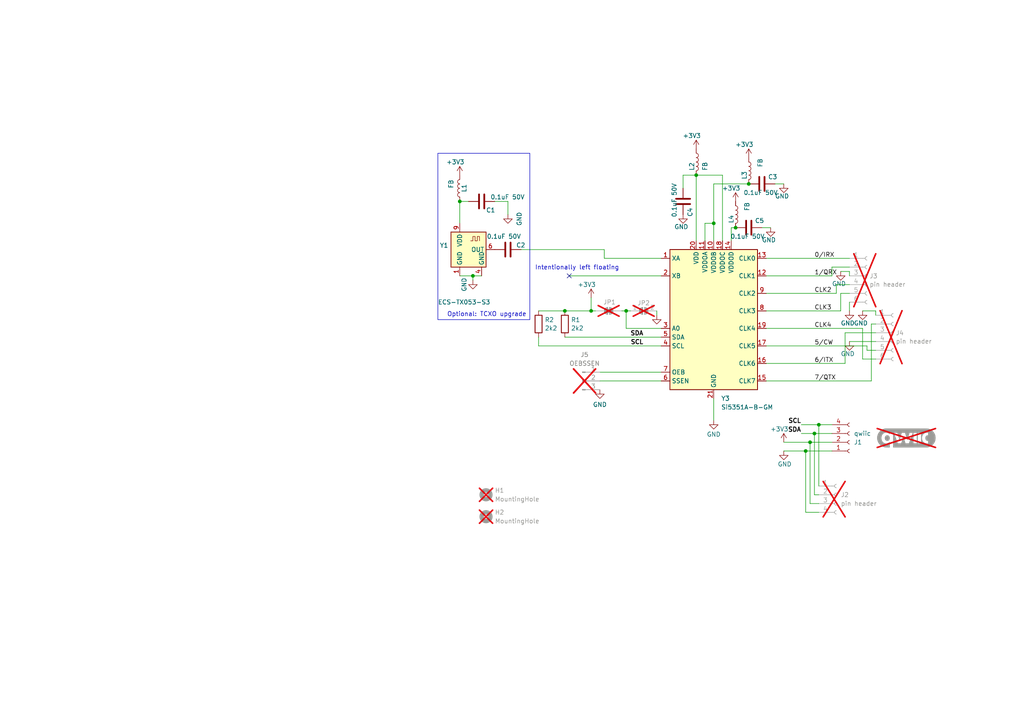
<source format=kicad_sch>
(kicad_sch (version 20250114) (generator "eeschema") (generator_version "9.0")
  (paper "A4")
  (title_block (title "Si5351A-B-GM Breakout Board") (date "2025-12-29") (rev "2") (company "Oliver King, KI3P"))
  (lib_symbols
    (symbol "+3V3_1" (power) (pin_numbers (hide yes)) (pin_names (offset 0) (hide yes))
      (property "Value" "+3V3" (at 0 3.556 0))
      (symbol "+3V3_1_0_1"
        (polyline (pts (xy -0.762 1.27) (xy 0 2.54)))
        (polyline (pts (xy 0 2.54) (xy 0.762 1.27)))
        (polyline (pts (xy 0 0) (xy 0 2.54)))
      )
      (symbol "+3V3_1_1_1"
        (pin power_in line (at 0 0 90) (length 0) (name "~") (number "1"))
      )
    )
    (symbol "Connector:Conn_01x03_Pin" (pin_names (offset 1.016) (hide yes))
      (property "Reference" "J" (at 0 5.08 0))
      (property "Value" "Conn_01x03_Pin" (at 0 -5.08 0))
      (symbol "Conn_01x03_Pin_1_1"
        (rectangle (start 0.8636 2.667) (end 0 2.413) (stroke (width 0.1524)) (fill (type outline)))
        (rectangle (start 0.8636 0.127) (end 0 -0.127) (stroke (width 0.1524)) (fill (type outline)))
        (rectangle (start 0.8636 -2.413) (end 0 -2.667) (stroke (width 0.1524)) (fill (type outline)))
        (polyline (pts (xy 1.27 2.54) (xy 0.8636 2.54)) (stroke (width 0.1524)))
        (polyline (pts (xy 1.27 0) (xy 0.8636 0)) (stroke (width 0.1524)))
        (polyline (pts (xy 1.27 -2.54) (xy 0.8636 -2.54)) (stroke (width 0.1524)))
        (pin passive line (at 5.08 2.54 180) (length 3.81) (name "Pin_1") (number "1"))
        (pin passive line (at 5.08 0 180) (length 3.81) (name "Pin_2") (number "2"))
        (pin passive line (at 5.08 -2.54 180) (length 3.81) (name "Pin_3") (number "3"))
      )
    )
    (symbol "Connector:Conn_01x04_Socket" (pin_names (offset 1.016) (hide yes))
      (property "Reference" "J" (at 0 5.08 0))
      (property "Value" "Conn_01x04_Socket" (at 0 -7.62 0))
      (symbol "Conn_01x04_Socket_1_1"
        (polyline (pts (xy -1.27 2.54) (xy -0.508 2.54)) (stroke (width 0.1524)))
        (polyline (pts (xy -1.27 0) (xy -0.508 0)) (stroke (width 0.1524)))
        (polyline (pts (xy -1.27 -2.54) (xy -0.508 -2.54)) (stroke (width 0.1524)))
        (polyline (pts (xy -1.27 -5.08) (xy -0.508 -5.08)) (stroke (width 0.1524)))
        (arc (start 0 2.032) (mid -0.5058 2.54) (end 0 3.048) (stroke (width 0.1524)))
        (arc (start 0 -0.508) (mid -0.5058 0) (end 0 0.508) (stroke (width 0.1524)))
        (arc (start 0 -3.048) (mid -0.5058 -2.54) (end 0 -2.032) (stroke (width 0.1524)))
        (arc (start 0 -5.588) (mid -0.5058 -5.08) (end 0 -4.572) (stroke (width 0.1524)))
        (pin passive line (at -5.08 2.54 0) (length 3.81) (name "Pin_1") (number "1"))
        (pin passive line (at -5.08 0 0) (length 3.81) (name "Pin_2") (number "2"))
        (pin passive line (at -5.08 -2.54 0) (length 3.81) (name "Pin_3") (number "3"))
        (pin passive line (at -5.08 -5.08 0) (length 3.81) (name "Pin_4") (number "4"))
      )
    )
    (symbol "Connector:Conn_01x06_Socket" (pin_names (offset 1.016) (hide yes))
      (property "Reference" "J" (at 0 7.62 0))
      (property "Value" "Conn_01x06_Socket" (at 0 -10.16 0))
      (symbol "Conn_01x06_Socket_1_1"
        (polyline (pts (xy -1.27 5.08) (xy -0.508 5.08)) (stroke (width 0.1524)))
        (polyline (pts (xy -1.27 2.54) (xy -0.508 2.54)) (stroke (width 0.1524)))
        (polyline (pts (xy -1.27 0) (xy -0.508 0)) (stroke (width 0.1524)))
        (polyline (pts (xy -1.27 -2.54) (xy -0.508 -2.54)) (stroke (width 0.1524)))
        (polyline (pts (xy -1.27 -5.08) (xy -0.508 -5.08)) (stroke (width 0.1524)))
        (polyline (pts (xy -1.27 -7.62) (xy -0.508 -7.62)) (stroke (width 0.1524)))
        (arc (start 0 4.572) (mid -0.5058 5.08) (end 0 5.588) (stroke (width 0.1524)))
        (arc (start 0 2.032) (mid -0.5058 2.54) (end 0 3.048) (stroke (width 0.1524)))
        (arc (start 0 -0.508) (mid -0.5058 0) (end 0 0.508) (stroke (width 0.1524)))
        (arc (start 0 -3.048) (mid -0.5058 -2.54) (end 0 -2.032) (stroke (width 0.1524)))
        (arc (start 0 -5.588) (mid -0.5058 -5.08) (end 0 -4.572) (stroke (width 0.1524)))
        (arc (start 0 -8.128) (mid -0.5058 -7.62) (end 0 -7.112) (stroke (width 0.1524)))
        (pin passive line (at -5.08 5.08 0) (length 3.81) (name "Pin_1") (number "1"))
        (pin passive line (at -5.08 2.54 0) (length 3.81) (name "Pin_2") (number "2"))
        (pin passive line (at -5.08 0 0) (length 3.81) (name "Pin_3") (number "3"))
        (pin passive line (at -5.08 -2.54 0) (length 3.81) (name "Pin_4") (number "4"))
        (pin passive line (at -5.08 -5.08 0) (length 3.81) (name "Pin_5") (number "5"))
        (pin passive line (at -5.08 -7.62 0) (length 3.81) (name "Pin_6") (number "6"))
      )
    )
    (symbol "Device:C" (pin_numbers (hide yes)) (pin_names (offset 0.254))
      (property "Reference" "C" (at 0.635 2.54 0))
      (property "Value" "C" (at 0.635 -2.54 0))
      (symbol "C_0_1"
        (polyline (pts (xy -2.032 0.762) (xy 2.032 0.762)) (stroke (width 0.508)))
        (polyline (pts (xy -2.032 -0.762) (xy 2.032 -0.762)) (stroke (width 0.508)))
      )
      (symbol "C_1_1"
        (pin passive line (at 0 3.81 270) (length 2.794) (name "~") (number "1"))
        (pin passive line (at 0 -3.81 90) (length 2.794) (name "~") (number "2"))
      )
    )
    (symbol "Device:L" (pin_numbers (hide yes)) (pin_names (offset 1.016) (hide yes))
      (property "Reference" "L" (at -1.27 0 90))
      (property "Value" "L" (at 1.905 0 90))
      (symbol "L_0_1"
        (arc (start 0 2.54) (mid 0.6323 1.905) (end 0 1.27))
        (arc (start 0 1.27) (mid 0.6323 0.635) (end 0 0))
        (arc (start 0 0) (mid 0.6323 -0.635) (end 0 -1.27))
        (arc (start 0 -1.27) (mid 0.6323 -1.905) (end 0 -2.54))
      )
      (symbol "L_1_1"
        (pin passive line (at 0 3.81 270) (length 1.27) (name "1") (number "1"))
        (pin passive line (at 0 -3.81 90) (length 1.27) (name "2") (number "2"))
      )
    )
    (symbol "Device:R" (pin_numbers (hide yes)) (pin_names (offset 0))
      (property "Reference" "R" (at 2.032 0 90))
      (property "Value" "R" (at 0 0 90))
      (symbol "R_0_1"
        (rectangle (start -1.016 -2.54) (end 1.016 2.54) (stroke (width 0.254)))
      )
      (symbol "R_1_1"
        (pin passive line (at 0 3.81 270) (length 1.27) (name "~") (number "1"))
        (pin passive line (at 0 -3.81 90) (length 1.27) (name "~") (number "2"))
      )
    )
    (symbol "Jumper:SolderJumper_2_Bridged" (pin_numbers (hide yes)) (pin_names (offset 0) (hide yes)) (in_bom no)
      (property "Reference" "JP" (at 0 2.032 0))
      (property "Value" "SolderJumper_2_Bridged" (at 0 -2.54 0))
      (symbol "SolderJumper_2_Bridged_0_1"
        (rectangle (start -0.508 0.508) (end 0.508 -0.508) (fill (type outline)))
        (polyline (pts (xy -0.254 1.016) (xy -0.254 -1.016)))
        (arc (start -0.254 -1.016) (mid -1.2656 0) (end -0.254 1.016))
        (arc (start -0.254 -1.016) (mid -1.2656 0) (end -0.254 1.016) (fill (type outline)))
        (arc (start 0.254 1.016) (mid 1.2656 0) (end 0.254 -1.016))
        (arc (start 0.254 1.016) (mid 1.2656 0) (end 0.254 -1.016) (fill (type outline)))
        (polyline (pts (xy 0.254 1.016) (xy 0.254 -1.016)))
      )
      (symbol "SolderJumper_2_Bridged_1_1"
        (pin passive line (at -3.81 0 0) (length 2.54) (name "A") (number "1"))
        (pin passive line (at 3.81 0 180) (length 2.54) (name "B") (number "2"))
      )
    )
    (symbol "Jumper:SolderJumper_2_Open" (pin_names (offset 0) (hide yes))
      (property "Reference" "JP" (at 0 2.032 0))
      (property "Value" "SolderJumper_2_Open" (at 0 -2.54 0))
      (symbol "SolderJumper_2_Open_0_1"
        (polyline (pts (xy -0.254 1.016) (xy -0.254 -1.016)))
        (arc (start -0.254 -1.016) (mid -1.2656 0) (end -0.254 1.016))
        (arc (start -0.254 -1.016) (mid -1.2656 0) (end -0.254 1.016) (fill (type outline)))
        (arc (start 0.254 1.016) (mid 1.2656 0) (end 0.254 -1.016))
        (arc (start 0.254 1.016) (mid 1.2656 0) (end 0.254 -1.016) (fill (type outline)))
        (polyline (pts (xy 0.254 1.016) (xy 0.254 -1.016)))
      )
      (symbol "SolderJumper_2_Open_1_1"
        (pin passive line (at -3.81 0 0) (length 2.54) (name "A") (number "1"))
        (pin passive line (at 3.81 0 180) (length 2.54) (name "B") (number "2"))
      )
    )
    (symbol "Mechanical:MountingHole" (pin_names (offset 1.016)) (in_bom no)
      (property "Reference" "H" (at 0 5.08 0))
      (property "Value" "MountingHole" (at 0 3.175 0))
      (symbol "MountingHole_0_1"
        (circle (center 0 0) (radius 1.27) (stroke (width 1.27)))
      )
    )
    (symbol "Oscillator:Si5351A-B-GM"
      (property "Reference" "Y" (at -12.7 21.59 0))
      (property "Value" "Si5351A-B-GM" (at -13.97 -22.86 0))
      (symbol "Si5351A-B-GM_1_1"
        (rectangle (start -12.7 20.32) (end 12.7 -20.32) (stroke (width 0.254)) (fill (type background)))
        (pin input line (at -15.24 17.78 0) (length 2.54) (name "XA") (number "1"))
        (pin input line (at -15.24 12.7 0) (length 2.54) (name "XB") (number "2"))
        (pin input line (at -15.24 -2.54 0) (length 2.54) (name "A0") (number "3"))
        (pin bidirectional line (at -15.24 -5.08 0) (length 2.54) (name "SDA") (number "5"))
        (pin input line (at -15.24 -7.62 0) (length 2.54) (name "SCL") (number "4"))
        (pin input line (at -15.24 -15.24 0) (length 2.54) (name "OEB") (number "7"))
        (pin input line (at -15.24 -17.78 0) (length 2.54) (name "SSEN") (number "6"))
        (pin power_in line (at -5.08 22.86 270) (length 2.54) (name "VDD") (number "20"))
        (pin power_in line (at -2.54 22.86 270) (length 2.54) (name "VDDOA") (number "11"))
        (pin power_in line (at 0 22.86 270) (length 2.54) (name "VDDOB") (number "10"))
        (pin power_in line (at 0 -22.86 90) (length 2.54) (name "GND") (number "21"))
        (pin power_in line (at 2.54 22.86 270) (length 2.54) (name "VDDOC") (number "18"))
        (pin power_in line (at 5.08 22.86 270) (length 2.54) (name "VDDOD") (number "14"))
        (pin output line (at 15.24 17.78 180) (length 2.54) (name "CLK0") (number "13"))
        (pin output line (at 15.24 12.7 180) (length 2.54) (name "CLK1") (number "12"))
        (pin output line (at 15.24 7.62 180) (length 2.54) (name "CLK2") (number "9"))
        (pin output line (at 15.24 2.54 180) (length 2.54) (name "CLK3") (number "8"))
        (pin output line (at 15.24 -2.54 180) (length 2.54) (name "CLK4") (number "19"))
        (pin output line (at 15.24 -7.62 180) (length 2.54) (name "CLK5") (number "17"))
        (pin output line (at 15.24 -12.7 180) (length 2.54) (name "CLK6") (number "16"))
        (pin output line (at 15.24 -17.78 180) (length 2.54) (name "CLK7") (number "15"))
      )
    )
    (symbol "SparkFun-Qwiic:qwiic_Logo" (pin_names (offset 1.016)) (on_board no)
      (symbol "qwiic_Logo_0_0"
        (polyline (pts (xy -5.4327 -0.8446) (xy -5.2808 -0.8039) (xy -5.1544 -0.733) (xy -5.0492 -0.629) (xy -4.9612 -0.4891) (xy -4.9388 -0.4442) (xy -4.9077 -0.3735) (xy -4.8888 -0.3096) (xy -4.878 -0.2364) (xy -4.8713 -0.1381) (xy -4.8691 -0.0268) (xy -4.8861 0.154) (xy -4.9313 0.3092) (xy -5.006 0.4432) (xy -5.1118 0.5598) (xy -5.1427 0.5863) (xy -5.261 0.6623) (xy -5.3915 0.7052) (xy -5.544 0.7187) (xy -5.5765 0.7181) (xy -5.7259 0.6986) (xy -5.8545 0.6485) (xy -5.9707 0.5648) (xy -6.0239 0.5125) (xy -6.1186 0.3839) (xy -6.1815 0.2359) (xy -6.2139 0.0648) (xy -6.2171 -0.1327) (xy -6.208 -0.2303) (xy -6.1669 -0.4073) (xy -6.0959 -0.5571) (xy -5.9957 -0.6791) (xy -5.8667 -0.7722) (xy -5.7097 -0.8355) (xy -5.6837 -0.8418) (xy -5.5963 -0.8532) (xy -5.5114 -0.8538) (xy -5.4327 -0.8446)) (stroke (width 0.01)) (fill (type outline)))
        (polyline (pts (xy 1.114 -2.7667) (xy 6.0472 -2.7606) (xy 6.2463 -2.7148) (xy 6.337 -2.6928) (xy 6.6505 -2.5964) (xy 6.9363 -2.4737) (xy 7.1992 -2.3218) (xy 7.4443 -2.1381) (xy 7.6763 -1.9197) (xy 7.765 -1.8236) (xy 7.9726 -1.5605) (xy 8.1416 -1.2836) (xy 8.2724 -0.992) (xy 8.3654 -0.6847) (xy 8.4209 -0.3609) (xy 8.4393 -0.0196) (xy 8.4383 0.0655) (xy 8.4145 0.3752) (xy 8.3579 0.6676) (xy 8.2664 0.9511) (xy 8.138 1.234) (xy 8.0972 1.3103) (xy 7.9176 1.5925) (xy 7.7084 1.847) (xy 7.4711 2.0726) (xy 7.2073 2.2681) (xy 6.9187 2.4323) (xy 6.6067 2.5639) (xy 6.273 2.6617) (xy 6.2589 2.6648) (xy 6.2405 2.6684) (xy 6.2191 2.6716) (xy 6.1933 2.6747) (xy 6.1617 2.6775) (xy 6.1229 2.6801) (xy 6.0753 2.6825) (xy 6.0178 2.6847) (xy 5.9488 2.6867) (xy 5.8669 2.6886) (xy 5.7707 2.6902) (xy 5.6588 2.6917) (xy 5.5298 2.693) (xy 5.3823 2.6942) (xy 5.2149 2.6953) (xy 5.0261 2.6962) (xy 4.8146 2.697) (xy 4.579 2.6977) (xy 4.3178 2.6982) (xy 4.0296 2.6987) (xy 3.7131 2.6991) (xy 3.3667 2.6994) (xy 2.9892 2.6997) (xy 2.579 2.6999) (xy 2.1348 2.7) (xy 1.6552 2.7001) (xy 1.1388 2.7001) (xy 0.5841 2.7001) (xy -0.0102 2.7001) (xy -6.1292 2.7001) (xy -6.3505 2.644) (xy -6.4841 2.607) (xy -6.7964 2.4938) (xy -7.0847 2.3484) (xy -7.3523 2.1691) (xy -7.6022 1.9541) (xy -7.8228 1.7179) (xy -8.0199 1.4516) (xy -8.1801 1.1677) (xy -8.3036 0.8654) (xy -8.3907 0.5442) (xy -8.4419 0.2033) (xy -8.4512 -0.0999) (xy -8.4229 -0.4124) (xy -8.358 -0.7268) (xy -8.2573 -1.037) (xy -8.2016 -1.1697) (xy -8.0521 -1.4517) (xy -7.87 -1.7127) (xy -7.6584 -1.9504) (xy -7.4205 -2.1625) (xy -7.1593 -2.3467) (xy -6.878 -2.5006) (xy -6.5797 -2.6219) (xy -6.2674 -2.7084) (xy -5.9444 -2.7576) (xy -5.922 -2.759) (xy -5.8567 -2.7613) (xy -5.7613 -2.7635) (xy -5.6429 -2.7656) (xy -5.5083 -2.7673) (xy -5.3644 -2.7686) (xy -4.8664 -2.772) (xy -4.8664 -2.0042) (xy -4.8664 -1.2363) (xy -4.988 -1.3553) (xy -5.0139 -1.3798) (xy -5.1784 -1.503) (xy -5.3644 -1.5917) (xy -5.5706 -1.6453) (xy -5.7956 -1.6632) (xy -6.0087 -1.6503) (xy -6.2442 -1.6015) (xy -6.468 -1.5153) (xy -6.6423 -1.4122) (xy -6.8101 -1.2696) (xy -6.9545 -1.0983) (xy -7.0706 -0.9035) (xy -7.1159 -0.8066) (xy -7.1662 -0.6802) (xy -7.2032 -0.5549) (xy -7.2309 -0.4168) (xy -7.2531 -0.2517) (xy -7.2645 -0.0773) (xy -7.2559 0.1553) (xy -7.2228 0.3848) (xy -7.1667 0.6002) (xy -7.0895 0.7905) (xy -6.9738 0.984) (xy -6.8224 1.164) (xy -6.645 1.3131) (xy -6.4435 1.4296) (xy -6.2198 1.512) (xy -6.2168 1.5128) (xy -6.0991 1.5354) (xy -5.9587 1.5479) (xy -5.8081 1.5506) (xy -5.6599 1.5435) (xy -5.5266 1.5269) (xy -5.4208 1.5009) (xy -5.3121 1.4578) (xy -5.1345 1.3582) (xy -4.9742 1.2256) (xy -4.8664 1.1205) (xy -4.8664 1.32) (xy -4.8664 1.5195) (xy -4.3428 1.5195) (xy -3.8192 1.5195) (xy -3.8192 1.5092) (xy -3.651 1.5092) (xy -3.1359 1.5147) (xy -3.0732 1.5153) (xy -2.9054 1.5158) (xy -2.7765 1.5144) (xy -2.6848 1.5109) (xy -2.6289 1.5054) (xy -2.607 1.4977) (xy -2.6049 1.4928) (xy -2.5923 1.4545) (xy -2.5697 1.3821) (xy -2.5383 1.2793) (xy -2.4992 1.1497) (xy -2.4535 0.9973) (xy -2.4024 0.8257) (xy -2.3469 0.6386) (xy -2.2883 0.4399) (xy -2.2626 0.353) (xy -2.2055 0.1609) (xy -2.152 -0.0169) (xy -2.1032 -0.1766) (xy -2.0604 -0.3147) (xy -2.0246 -0.4277) (xy -1.9968 -0.512) (xy -1.9783 -0.564) (xy -1.9702 -0.5801) (xy -1.9654 -0.5681) (xy -1.9499 -0.5201) (xy -1.9252 -0.4397) (xy -1.8924 -0.3308) (xy -1.8529 -0.1975) (xy -1.8079 -0.0439) (xy -1.7584 0.1259) (xy -1.7059 0.308) (xy -1.6754 0.4138) (xy -1.6217 0.6001) (xy -1.5705 0.7774) (xy -1.5233 0.9405) (xy -1.4815 1.0844) (xy -1.4467 1.2041) (xy -1.4202 1.2945) (xy -1.4037 1.3504) (xy -1.3525 1.5202) (xy -0.8571 1.5147) (xy -0.3617 1.5092) (xy -0.2632 1.1704) (xy -0.2457 1.1103) (xy -0.1592 0.8126) (xy -0.0832 0.5516) (xy -0.017 0.325) (xy 0.04 0.1304) (xy 0.0886 -0.0344) (xy 0.1296 -0.1717) (xy 0.1636 -0.2838) (xy 0.1915 -0.3731) (xy 0.2138 -0.4419) (xy 0.2315 -0.4925) (xy 0.2451 -0.5272) (xy 0.2555 -0.5482) (xy 0.2633 -0.558) (xy 0.2693 -0.5588) (xy 0.2742 -0.5529) (xy 0.2787 -0.5426) (xy 0.2801 -0.5389) (xy 0.2928 -0.4995) (xy 0.3157 -0.4255) (xy 0.3473 -0.3211) (xy 0.3867 -0.1902) (xy 0.4325 -0.0368) (xy 0.4835 0.1352) (xy 0.5386 0.3216) (xy 0.5966 0.5185) (xy 0.8908 1.5195) (xy 1.3899 1.5195) (xy 1.4919 1.5192) (xy 1.6201 1.518) (xy 1.7294 1.5159) (xy 1.8144 1.5132) (xy 1.8695 1.5099) (xy 1.8891 1.5062) (xy 1.8878 1.5017) (xy 1.8751 1.465) (xy 1.8498 1.3939) (xy 1.8129 1.2913) (xy 1.7656 1.1601) (xy 1.7087 1.0033) (xy 1.6435 0.8236) (xy 1.5709 0.6241) (xy 1.4919 0.4076) (xy 1.4078 0.1771) (xy 1.3194 -0.0646) (xy 0.7498 -1.6222) (xy 2.0329 -1.6222) (xy 2.0329 -0.0513) (xy 2.0329 1.5195) (xy 2.5462 1.5195) (xy 3.0595 1.5195) (xy 3.0595 -0.0513) (xy 3.0595 -1.6222) (xy 3.2649 -1.6222) (xy 3.2649 -0.0513) (xy 3.2649 1.5195) (xy 3.7782 1.5195) (xy 4.2916 1.5195) (xy 4.2916 -0.0513) (xy 4.2916 -0.0616) (xy 4.5072 -0.0616) (xy 4.51 0.109) (xy 4.5206 0.2597) (xy 4.5412 0.3904) (xy 4.5742 0.5118) (xy 4.6219 0.6344) (xy 4.6865 0.7688) (xy 4.7189 0.8272) (xy 4.8331 0.9884) (xy 4.9744 1.1395) (xy 5.1327 1.2705) (xy 5.2977 1.3713) (xy 5.3343 1.3892) (xy 5.5052 1.4608) (xy 5.6736 1.5089) (xy 5.8531 1.5366) (xy 6.0574 1.547) (xy 6.3141 1.5503) (xy 6.3197 1.1242) (xy 6.3252 0.6981) (xy 6.1657 0.6977) (xy 6.0758 0.6938) (xy 5.9577 0.6711) (xy 5.8554 0.6239) (xy 5.7556 0.5473) (xy 5.6613 0.4359) (xy 5.592 0.2991) (xy 5.5481 0.1445) (xy 5.53 -0.0204) (xy 5.5379 -0.188) (xy 5.572 -0.3512) (xy 5.6325 -0.5023) (xy 5.7197 -0.634) (xy 5.7811 -0.6969) (xy 5.8788 -0.7612) (xy 5.9969 -0.8003) (xy 6.1437 -0.8177) (xy 6.3252 -0.8264) (xy 6.3197 -1.2397) (xy 6.3141 -1.653) (xy 6.119 -1.6559) (xy 6.0236 -1.6559) (xy 5.821 -1.6423) (xy 5.6365 -1.6074) (xy 5.4566 -1.5482) (xy 5.2677 -1.4615) (xy 5.1266 -1.3784) (xy 4.9456 -1.2329) (xy 4.7938 -1.0591) (xy 4.6732 -0.8591) (xy 4.6423 -0.7948) (xy 4.5921 -0.6805) (xy 4.5558 -0.5768) (xy 4.5314 -0.4734) (xy 4.5165 -0.3599) (xy 4.5092 -0.2261) (xy 4.5072 -0.0616) (xy 4.2916 -0.0616) (xy 4.2916 -1.6222) (xy 3.7782 -1.6222) (xy 3.2649 -1.6222) (xy 3.0595 -1.6222) (xy 2.5462 -1.6222) (xy 2.0329 -1.6222) (xy 0.7498 -1.6222) (xy 0.2363 -1.6221) (xy -0.2772 -1.6221) (xy -0.5736 -0.6568) (xy -0.583 -0.626) (xy -0.6413 -0.4378) (xy -0.696 -0.2633) (xy -0.746 -0.106) (xy -0.7901 0.0304) (xy -0.8272 0.1421) (xy -0.8559 0.2255) (xy -0.8751 0.277) (xy -0.8836 0.2929) (xy -0.8838 0.2926) (xy -0.8932 0.2679) (xy -0.9134 0.208) (xy -0.9431 0.1169) (xy -0.9811 -0.0016) (xy -1.0262 -0.1436) (xy -1.0771 -0.3054) (xy -1.1326 -0.483) (xy -1.1916 -0.6725) (xy -1.4859 -1.6222) (xy -2.0006 -1.6218) (xy -2.5153 -1.6215) (xy -3.0831 -0.0561) (xy -3.651 1.5092) (xy -3.8192 1.5092) (xy -3.8192 -0.6267) (xy -3.8192 -2.7729) (xy 1.114 -2.7667)) (stroke (width 0.01)) (fill (type outline)))
      )
    )
    (symbol "T41_Library:ECS-TX053-S3"
      (property "Reference" "U" (at 1.27 11.43 0))
      (property "Value" "ECS-TX053-S3" (at 2.54 8.89 0))
      (symbol "ECS-TX053-S3_0_1"
        (rectangle (start -5.08 5.08) (end 5.08 -5.08) (stroke (width 0.254)) (fill (type background)))
        (polyline (pts (xy 0.635 2.54) (xy 1.27 2.54) (xy 1.27 3.81) (xy 1.905 3.81) (xy 1.905 2.54) (xy 2.54 2.54) (xy 2.54 3.81) (xy 3.175 3.81) (xy 3.175 2.54)))
      )
      (symbol "ECS-TX053-S3_1_1"
        (pin power_in line (at -2.54 7.62 270) (length 2.54) (name "VDD") (number "9"))
        (pin power_in line (at -2.54 -7.62 90) (length 2.54) (name "GND") (number "1"))
        (pin power_in line (at 3.81 -7.62 90) (length 2.54) (name "GND") (number "4"))
        (pin output line (at 7.62 0 180) (length 2.54) (name "OUT") (number "6"))
      )
    )
    (symbol "power:+3V3" (power) (pin_names (offset 0))
      (property "Value" "+3V3" (at 0 3.556 0))
      (symbol "+3V3_0_1"
        (polyline (pts (xy -0.762 1.27) (xy 0 2.54)))
        (polyline (pts (xy 0 2.54) (xy 0.762 1.27)))
        (polyline (pts (xy 0 0) (xy 0 2.54)))
      )
      (symbol "+3V3_1_1"
        (pin power_in line (at 0 0 90) (length 0) (hide yes) (name "+3V3") (number "1"))
      )
    )
    (symbol "power:GND" (power) (pin_names (offset 0))
      (property "Value" "GND" (at 0 -3.81 0))
      (symbol "GND_0_1"
        (polyline (pts (xy 0 0) (xy 0 -1.27) (xy 1.27 -1.27) (xy 0 -2.54) (xy -1.27 -1.27) (xy 0 -1.27)))
      )
      (symbol "GND_1_1"
        (pin power_in line (at 0 0 270) (length 0) (hide yes) (name "GND") (number "1"))
      )
    )
  )
  (text "Intentionally left floating" (at 167.386 77.724 0) (effects (font (size 1.27 1.27))))
  (text_box "Optional: TCXO upgrade" (at 127 44.45 0) (size 26.67 48.26) (margins 0.9525 0.9525 0.9525 0.9525) (effects (font (size 1.27 1.27)) (justify right bottom)))
  (junction (at 213.36 66.04))
  (junction (at 233.68 130.81))
  (junction (at 163.83 90.17))
  (junction (at 217.17 53.34))
  (junction (at 236.22 125.73))
  (junction (at 234.95 128.27))
  (junction (at 171.45 90.17))
  (junction (at 137.16 80.01))
  (junction (at 237.49 123.19))
  (junction (at 201.93 50.8))
  (junction (at 207.01 64.77))
  (junction (at 133.35 58.42))
  (junction (at 181.61 90.17))
  (no_connect (at 165.1 80.01))
  (wire (pts (xy 234.95 128.27) (xy 241.3 128.27)))
  (wire (pts (xy 227.33 128.27) (xy 234.95 128.27)))
  (wire (pts (xy 222.25 80.01) (xy 241.3 80.01)))
  (wire (pts (xy 245.11 96.52) (xy 254 96.52)))
  (wire (pts (xy 222.25 90.17) (xy 243.84 90.17)))
  (wire (pts (xy 173.99 110.49) (xy 191.77 110.49)))
  (wire (pts (xy 243.84 85.09) (xy 246.38 85.09)))
  (wire (pts (xy 171.45 90.17) (xy 172.72 90.17)))
  (wire (pts (xy 198.12 54.61) (xy 198.12 50.8)))
  (wire (pts (xy 223.52 66.04) (xy 220.98 66.04)))
  (wire (pts (xy 242.57 85.09) (xy 242.57 82.55)))
  (wire (pts (xy 175.26 72.39) (xy 175.26 74.93)))
  (wire (pts (xy 245.11 105.41) (xy 245.11 96.52)))
  (wire (pts (xy 243.84 78.74) (xy 246.38 78.74)))
  (wire (pts (xy 232.41 123.19) (xy 237.49 123.19)))
  (wire (pts (xy 237.49 143.51) (xy 236.22 143.51)))
  (wire (pts (xy 250.19 104.14) (xy 254 104.14)))
  (wire (pts (xy 242.57 82.55) (xy 246.38 82.55)))
  (wire (pts (xy 190.5 90.17) (xy 190.5 91.44)))
  (wire (pts (xy 201.93 50.8) (xy 201.93 69.85)))
  (wire (pts (xy 232.41 125.73) (xy 236.22 125.73)))
  (wire (pts (xy 180.34 90.17) (xy 181.61 90.17)))
  (wire (pts (xy 212.09 66.04) (xy 213.36 66.04)))
  (wire (pts (xy 250.19 95.25) (xy 250.19 104.14)))
  (wire (pts (xy 207.01 53.34) (xy 207.01 64.77)))
  (wire (pts (xy 246.38 99.06) (xy 254 99.06)))
  (wire (pts (xy 198.12 50.8) (xy 201.93 50.8)))
  (wire (pts (xy 209.55 50.8) (xy 201.93 50.8)))
  (wire (pts (xy 181.61 95.25) (xy 181.61 90.17)))
  (wire (pts (xy 156.21 100.33) (xy 191.77 100.33)))
  (wire (pts (xy 233.68 148.59) (xy 233.68 130.81)))
  (wire (pts (xy 135.89 58.42) (xy 133.35 58.42)))
  (wire (pts (xy 137.16 80.01) (xy 137.16 81.28)))
  (wire (pts (xy 147.32 58.42) (xy 147.32 62.23)))
  (wire (pts (xy 250.19 90.17) (xy 254 90.17)))
  (wire (pts (xy 156.21 97.79) (xy 156.21 100.33)))
  (wire (pts (xy 163.83 97.79) (xy 191.77 97.79)))
  (wire (pts (xy 222.25 74.93) (xy 246.38 74.93)))
  (wire (pts (xy 237.49 146.05) (xy 234.95 146.05)))
  (wire (pts (xy 207.01 121.92) (xy 207.01 115.57)))
  (wire (pts (xy 147.32 58.42) (xy 143.51 58.42)))
  (wire (pts (xy 182.88 90.17) (xy 181.61 90.17)))
  (wire (pts (xy 234.95 128.27) (xy 234.95 146.05)))
  (wire (pts (xy 173.99 107.95) (xy 191.77 107.95)))
  (wire (pts (xy 191.77 95.25) (xy 181.61 95.25)))
  (wire (pts (xy 222.25 100.33) (xy 251.46 100.33)))
  (wire (pts (xy 243.84 90.17) (xy 243.84 85.09)))
  (wire (pts (xy 165.1 80.01) (xy 191.77 80.01)))
  (wire (pts (xy 237.49 123.19) (xy 237.49 140.97)))
  (wire (pts (xy 222.25 95.25) (xy 250.19 95.25)))
  (wire (pts (xy 212.09 69.85) (xy 212.09 66.04)))
  (wire (pts (xy 209.55 69.85) (xy 209.55 50.8)))
  (wire (pts (xy 227.33 130.81) (xy 233.68 130.81)))
  (wire (pts (xy 139.7 80.01) (xy 137.16 80.01)))
  (wire (pts (xy 222.25 110.49) (xy 252.73 110.49)))
  (wire (pts (xy 175.26 74.93) (xy 191.77 74.93)))
  (wire (pts (xy 252.73 93.98) (xy 254 93.98)))
  (wire (pts (xy 204.47 64.77) (xy 207.01 64.77)))
  (wire (pts (xy 251.46 101.6) (xy 254 101.6)))
  (wire (pts (xy 137.16 80.01) (xy 133.35 80.01)))
  (wire (pts (xy 246.38 78.74) (xy 246.38 80.01)))
  (wire (pts (xy 222.25 85.09) (xy 242.57 85.09)))
  (wire (pts (xy 236.22 125.73) (xy 241.3 125.73)))
  (wire (pts (xy 246.38 87.63) (xy 246.38 90.17)))
  (wire (pts (xy 237.49 123.19) (xy 241.3 123.19)))
  (wire (pts (xy 233.68 130.81) (xy 241.3 130.81)))
  (wire (pts (xy 236.22 125.73) (xy 236.22 143.51)))
  (wire (pts (xy 241.3 77.47) (xy 246.38 77.47)))
  (wire (pts (xy 133.35 58.42) (xy 133.35 64.77)))
  (wire (pts (xy 207.01 64.77) (xy 207.01 69.85)))
  (wire (pts (xy 252.73 110.49) (xy 252.73 93.98)))
  (wire (pts (xy 156.21 90.17) (xy 163.83 90.17)))
  (wire (pts (xy 222.25 105.41) (xy 245.11 105.41)))
  (wire (pts (xy 163.83 90.17) (xy 171.45 90.17)))
  (wire (pts (xy 151.13 72.39) (xy 175.26 72.39)))
  (wire (pts (xy 171.45 86.36) (xy 171.45 90.17)))
  (wire (pts (xy 254 90.17) (xy 254 91.44)))
  (wire (pts (xy 204.47 64.77) (xy 204.47 69.85)))
  (wire (pts (xy 227.33 53.34) (xy 224.79 53.34)))
  (wire (pts (xy 237.49 148.59) (xy 233.68 148.59)))
  (wire (pts (xy 241.3 80.01) (xy 241.3 77.47)))
  (wire (pts (xy 207.01 53.34) (xy 217.17 53.34)))
  (wire (pts (xy 251.46 100.33) (xy 251.46 101.6)))
  (label "6{slash}ITX" (at 236.22 105.41 0))
  (label "SDA" (at 186.69 97.79 180) (effects (font (bold yes))))
  (label "SCL" (at 186.69 100.33 180) (effects (font (bold yes))))
  (label "7{slash}QTX" (at 236.22 110.49 0))
  (label "CLK3" (at 236.22 90.17 0))
  (label "1{slash}QRX" (at 236.22 80.01 0))
  (label "SCL" (at 232.41 123.19 180) (effects (font (bold yes))))
  (label "CLK4" (at 236.22 95.25 0))
  (label "SDA" (at 232.41 125.73 180) (effects (font (bold yes))))
  (label "0{slash}IRX" (at 236.22 74.93 0))
  (label "CLK2" (at 236.22 85.09 0))
  (label "5{slash}CW" (at 236.22 100.33 0))
  (symbol (lib_id "Connector:Conn_01x03_Pin") (at 168.91 110.49 0) (unit 1) (in_bom no) (dnp yes)
    (property "Reference" "J5" (at 169.545 102.87 0))
    (property "Value" "OEBSSEN" (at 169.545 105.41 0))
    (property "Footprint" "Connector_PinHeader_2.54mm:PinHeader_1x03_P2.54mm_Vertical" (effects (hide yes)))
    (property "Description" "Generic connector, single row, 01x03, script generated" (effects (hide yes)))
  )
  (symbol (lib_id "power:GND") (at 198.12 62.23 0) (mirror y) (unit 1)
    (property "Reference" "#PWR09" (effects (hide yes)))
    (property "Value" "GND" (at 197.612 65.786 0))
  )
  (symbol (lib_id "Device:L") (at 217.17 49.53 0) (unit 1)
    (property "Reference" "L3" (at 215.9 52.07 90) (effects (justify left)))
    (property "Value" "FB" (at 220.472 48.514 90) (effects (justify left)))
    (property "Footprint" "Inductor_SMD:L_0603_1608Metric" (effects (hide yes)))
    (property "PN" "BMC-Q1JY0500H" (effects (hide yes)))
  )
  (symbol (lib_id "power:GND") (at 147.32 62.23 0) (mirror y) (unit 1)
    (property "Reference" "#PWR03" (effects (hide yes)))
    (property "Value" "GND" (at 150.622 63.5 90))
  )
  (symbol (lib_id "Connector:Conn_01x06_Socket") (at 251.46 80.01 0) (unit 1) (dnp yes)
    (property "Reference" "J3" (at 252.1712 80.0678 0) (effects (justify left)))
    (property "Value" "pin header" (at 252.1712 82.4921 0) (effects (justify left)))
    (property "Footprint" "Connector_PinHeader_2.54mm:PinHeader_1x06_P2.54mm_Vertical" (effects (hide yes)))
    (property "Description" "Generic connector, single row, 01x06, script generated" (effects (hide yes)))
  )
  (symbol (lib_id "Connector:Conn_01x04_Socket") (at 246.38 128.27 0) (mirror x) (unit 1)
    (property "Reference" "J1" (at 247.65 128.2701 0) (effects (justify left)))
    (property "Value" "qwiic" (at 247.65 125.7301 0) (effects (justify left)))
    (property "Footprint" "Connector_JST:JST_SH_SM04B-SRSS-TB_1x04-1MP_P1.00mm_Horizontal" (effects (hide yes)))
    (property "Description" "Generic connector, single row, 01x04, script generated" (effects (hide yes)))
    (property "PN" "SM04B-SRSS-TB(LF)(SN)" (effects (hide yes)))
  )
  (symbol (lib_id "Connector:Conn_01x06_Socket") (at 259.08 96.52 0) (unit 1) (dnp yes)
    (property "Reference" "J4" (at 259.7912 96.5778 0) (effects (justify left)))
    (property "Value" "pin header" (at 259.7912 99.0021 0) (effects (justify left)))
    (property "Footprint" "Connector_PinHeader_2.54mm:PinHeader_1x06_P2.54mm_Vertical" (effects (hide yes)))
    (property "Description" "Generic connector, single row, 01x06, script generated" (effects (hide yes)))
  )
  (symbol (lib_id "power:+3V3") (at 133.35 50.8 0) (unit 1)
    (property "Reference" "#PWR01" (effects (hide yes)))
    (property "Value" "+3V3" (at 132.08 46.99 0))
  )
  (symbol (lib_id "SparkFun-Qwiic:qwiic_Logo") (at 262.89 127 0) (unit 1) (in_bom no) (dnp yes)
    (property "Reference" "G1" (effects (hide yes)))
    (property "Value" "qwiic_Logo" (effects (hide yes)))
    (property "Footprint" "SparkFun-Qwiic:qwiic_4mm" (effects (hide yes)))
  )
  (symbol (lib_id "T41_Library:ECS-TX053-S3") (at 135.89 72.39 0) (unit 1)
    (property "Reference" "Y1" (at 130.0481 71.1779 0) (effects (justify right)))
    (property "Value" "ECS-TX053-S3" (at 142.24 87.63 0) (effects (justify right)))
    (property "Footprint" "T41_Library:Oscillator_ECS_TXO53_S3" (effects (hide yes)))
    (property "Datasheet" "https://www.ecsxtal.com/store/pdf/ECS-TXO53-S3.pdf" (effects (hide yes)))
    (property "PN" "ECS-TXO53-S3-33-250-BN-TR " (effects (hide yes)))
  )
  (symbol (lib_name "+3V3_1") (lib_id "power:+3V3") (at 201.93 43.18 0) (unit 1)
    (property "Reference" "#PWR012" (effects (hide yes)))
    (property "Value" "+3V3" (at 200.66 39.37 0))
    (property "Description" "Power symbol creates a global label with name \"+3V3\"" (effects (hide yes)))
  )
  (symbol (lib_id "Device:L") (at 213.36 62.23 0) (unit 1)
    (property "Reference" "L4" (at 212.09 64.77 90) (effects (justify left)))
    (property "Value" "FB" (at 216.662 61.214 90) (effects (justify left)))
    (property "Footprint" "Inductor_SMD:L_0603_1608Metric" (effects (hide yes)))
    (property "PN" "BMC-Q1JY0500H" (effects (hide yes)))
  )
  (symbol (lib_id "Device:C") (at 198.12 58.42 0) (mirror y) (unit 1)
    (property "Reference" "C4" (at 200.152 60.198 90) (effects (justify right)))
    (property "Value" "0.1uF 50V" (at 195.58 53.086 90) (effects (justify right)))
    (property "Footprint" "Capacitor_SMD:C_0603_1608Metric" (effects (hide yes)))
    (property "PN" "CC0603KRX7R9BB104" (effects (hide yes)))
  )
  (symbol (lib_id "power:GND") (at 173.99 113.03 0) (unit 1)
    (property "Reference" "#PWR019" (effects (hide yes)))
    (property "Value" "GND" (at 173.99 117.348 0))
  )
  (symbol (lib_id "power:+3V3") (at 171.45 86.36 0) (unit 1)
    (property "Reference" "#PWR016" (effects (hide yes)))
    (property "Value" "+3V3" (at 170.18 82.55 0))
  )
  (symbol (lib_id "Device:C") (at 139.7 58.42 90) (unit 1)
    (property "Reference" "C1" (at 140.97 60.96 90) (effects (justify right)))
    (property "Value" "0.1uF 50V" (at 142.24 57.15 90) (effects (justify right)))
    (property "Footprint" "Capacitor_SMD:C_0603_1608Metric" (effects (hide yes)))
    (property "PN" "CC0603KRX7R9BB104" (effects (hide yes)))
  )
  (symbol (lib_id "power:GND") (at 207.01 121.92 0) (unit 1)
    (property "Reference" "#PWR011" (effects (hide yes)))
    (property "Value" "GND" (at 207.01 125.984 0))
  )
  (symbol (lib_id "Device:C") (at 147.32 72.39 270) (mirror x) (unit 1)
    (property "Reference" "C2" (at 152.4 71.12 90) (effects (justify right)))
    (property "Value" "0.1uF 50V" (at 151.13 68.58 90) (effects (justify right)))
    (property "Footprint" "Capacitor_SMD:C_0603_1608Metric" (effects (hide yes)))
    (property "PN" "CC0603KRX7R9BB104" (effects (hide yes)))
  )
  (symbol (lib_id "Oscillator:Si5351A-B-GM") (at 207.01 92.71 0) (unit 1)
    (property "Reference" "Y3" (at 209.1533 115.57 0) (effects (justify left)))
    (property "Value" "Si5351A-B-GM" (at 209.1533 118.11 0) (effects (justify left)))
    (property "Footprint" "Package_DFN_QFN:QFN-20-1EP_4x4mm_P0.5mm_EP2.7x2.7mm" (effects (hide yes)))
    (property "Datasheet" "https://www.silabs.com/documents/public/data-sheets/Si5351-B.pdf" (effects (hide yes)))
    (property "Description" "I2C Programmable Any-Frequency CMOS Clock Generator, QFN-20" (effects (hide yes)))
    (property "PN" "SI5351A-B-GM" (effects (hide yes)))
  )
  (symbol (lib_id "power:GND") (at 227.33 130.81 0) (unit 1)
    (property "Reference" "#PWR018" (effects (hide yes)))
    (property "Value" "GND" (at 227.584 134.62 0))
  )
  (symbol (lib_id "power:GND") (at 250.19 90.17 0) (mirror y) (unit 1)
    (property "Reference" "#PWR014" (effects (hide yes)))
    (property "Value" "GND" (at 249.682 93.726 0))
  )
  (symbol (lib_id "Device:R") (at 163.83 93.98 0) (unit 1)
    (property "Reference" "R1" (at 165.608 92.7678 0) (effects (justify left)))
    (property "Value" "2k2" (at 165.608 95.1921 0) (effects (justify left)))
    (property "Footprint" "Resistor_SMD:R_0603_1608Metric" (effects (hide yes)))
    (property "Description" "Resistor" (effects (hide yes)))
  )
  (symbol (lib_id "Device:C") (at 220.98 53.34 90) (mirror x) (unit 1)
    (property "Reference" "C3" (at 222.758 51.308 90) (effects (justify right)))
    (property "Value" "0.1uF 50V" (at 215.646 55.88 90) (effects (justify right)))
    (property "Footprint" "Capacitor_SMD:C_0603_1608Metric" (effects (hide yes)))
    (property "PN" "CC0603KRX7R9BB104" (effects (hide yes)))
  )
  (symbol (lib_id "power:+3V3") (at 217.17 45.72 0) (unit 1)
    (property "Reference" "#PWR04" (effects (hide yes)))
    (property "Value" "+3V3" (at 215.9 41.91 0))
  )
  (symbol (lib_id "Jumper:SolderJumper_2_Bridged") (at 176.53 90.17 0) (unit 1) (in_bom no) (dnp yes)
    (property "Reference" "JP1" (at 176.784 87.63 0))
    (property "Value" "GND select" (effects (hide yes)))
    (property "Footprint" "Jumper:SolderJumper-2_P1.3mm_Bridged_RoundedPad1.0x1.5mm" (effects (hide yes)))
    (property "Description" "Solder Jumper, 2-pole, closed/bridged" (effects (hide yes)))
  )
  (symbol (lib_id "Jumper:SolderJumper_2_Open") (at 186.69 90.17 0) (unit 1) (in_bom no) (dnp yes)
    (property "Reference" "JP2" (at 186.69 87.884 0))
    (property "Value" "SolderJumper_2_Open" (effects (hide yes)))
    (property "Footprint" "Jumper:SolderJumper-2_P1.3mm_Open_TrianglePad1.0x1.5mm" (effects (hide yes)))
  )
  (symbol (lib_id "Mechanical:MountingHole") (at 140.97 143.51 0) (unit 1) (in_bom no) (dnp yes)
    (property "Reference" "H1" (at 143.51 142.2399 0) (effects (justify left)))
    (property "Value" "MountingHole" (at 143.51 144.7799 0) (effects (justify left)))
    (property "Footprint" "MountingHole:MountingHole_2.2mm_M2_DIN965" (effects (hide yes)))
    (property "Description" "Mounting Hole without connection" (effects (hide yes)))
  )
  (symbol (lib_id "Connector:Conn_01x04_Socket") (at 242.57 143.51 0) (unit 1) (in_bom no) (dnp yes)
    (property "Reference" "J2" (at 243.84 143.5099 0) (effects (justify left)))
    (property "Value" "pin header" (at 243.84 146.0499 0) (effects (justify left)))
    (property "Footprint" "Connector_PinHeader_2.54mm:PinHeader_1x04_P2.54mm_Vertical" (effects (hide yes)))
    (property "Description" "Generic connector, single row, 01x04, script generated" (effects (hide yes)))
  )
  (symbol (lib_id "power:GND") (at 223.52 66.04 0) (mirror y) (unit 1)
    (property "Reference" "#PWR06" (effects (hide yes)))
    (property "Value" "GND" (at 223.012 69.596 0))
  )
  (symbol (lib_id "power:+3V3") (at 227.33 128.27 0) (unit 1)
    (property "Reference" "#PWR017" (effects (hide yes)))
    (property "Value" "+3V3" (at 226.06 124.46 0))
  )
  (symbol (lib_id "power:GND") (at 190.5 91.44 0) (unit 1)
    (property "Reference" "#PWR08" (effects (hide yes)))
    (property "Value" "GND" (effects (hide yes)))
  )
  (symbol (lib_id "power:GND") (at 243.84 78.74 0) (mirror y) (unit 1)
    (property "Reference" "#PWR07" (effects (hide yes)))
    (property "Value" "GND" (at 243.332 82.296 0))
  )
  (symbol (lib_id "power:GND") (at 246.38 99.06 0) (mirror y) (unit 1)
    (property "Reference" "#PWR015" (effects (hide yes)))
    (property "Value" "GND" (at 245.872 102.616 0))
  )
  (symbol (lib_id "power:GND") (at 137.16 81.28 0) (mirror y) (unit 1)
    (property "Reference" "#PWR02" (effects (hide yes)))
    (property "Value" "GND" (at 134.62 82.55 90))
  )
  (symbol (lib_id "Device:L") (at 201.93 46.99 0) (unit 1)
    (property "Reference" "L2" (at 200.66 49.53 90) (effects (justify left)))
    (property "Value" "FB" (at 204.47 49.53 90) (effects (justify left)))
    (property "Footprint" "Inductor_SMD:L_0603_1608Metric" (effects (hide yes)))
    (property "PN" "BMC-Q1JY0500H" (effects (hide yes)))
  )
  (symbol (lib_id "Device:L") (at 133.35 54.61 180) (unit 1)
    (property "Reference" "L1" (at 134.62 53.34 90) (effects (justify left)))
    (property "Value" "FB" (at 130.81 52.07 90) (effects (justify left)))
    (property "Footprint" "Inductor_SMD:L_0603_1608Metric" (effects (hide yes)))
    (property "PN" "BMC-Q1JY0500H" (effects (hide yes)))
  )
  (symbol (lib_id "power:GND") (at 227.33 53.34 0) (mirror y) (unit 1)
    (property "Reference" "#PWR010" (effects (hide yes)))
    (property "Value" "GND" (at 226.822 56.896 0))
  )
  (symbol (lib_id "power:+3V3") (at 213.36 58.42 0) (unit 1)
    (property "Reference" "#PWR05" (effects (hide yes)))
    (property "Value" "+3V3" (at 212.09 54.61 0))
  )
  (symbol (lib_id "power:GND") (at 246.38 90.17 0) (mirror y) (unit 1)
    (property "Reference" "#PWR013" (effects (hide yes)))
    (property "Value" "GND" (at 245.872 93.726 0))
  )
  (symbol (lib_id "Device:C") (at 217.17 66.04 90) (mirror x) (unit 1)
    (property "Reference" "C5" (at 218.948 64.008 90) (effects (justify right)))
    (property "Value" "0.1uF 50V" (at 211.836 68.58 90) (effects (justify right)))
    (property "Footprint" "Capacitor_SMD:C_0603_1608Metric" (effects (hide yes)))
    (property "PN" "CC0603KRX7R9BB104" (effects (hide yes)))
  )
  (symbol (lib_id "Mechanical:MountingHole") (at 140.97 149.86 0) (unit 1) (in_bom no) (dnp yes)
    (property "Reference" "H2" (at 143.51 148.5899 0) (effects (justify left)))
    (property "Value" "MountingHole" (at 143.51 151.1299 0) (effects (justify left)))
    (property "Footprint" "MountingHole:MountingHole_2.2mm_M2_DIN965" (effects (hide yes)))
    (property "Description" "Mounting Hole without connection" (effects (hide yes)))
  )
  (symbol (lib_id "Device:R") (at 156.21 93.98 0) (unit 1)
    (property "Reference" "R2" (at 157.988 92.7678 0) (effects (justify left)))
    (property "Value" "2k2" (at 157.988 95.1921 0) (effects (justify left)))
    (property "Footprint" "Resistor_SMD:R_0603_1608Metric" (effects (hide yes)))
    (property "Description" "Resistor" (effects (hide yes)))
  )
)
</source>
